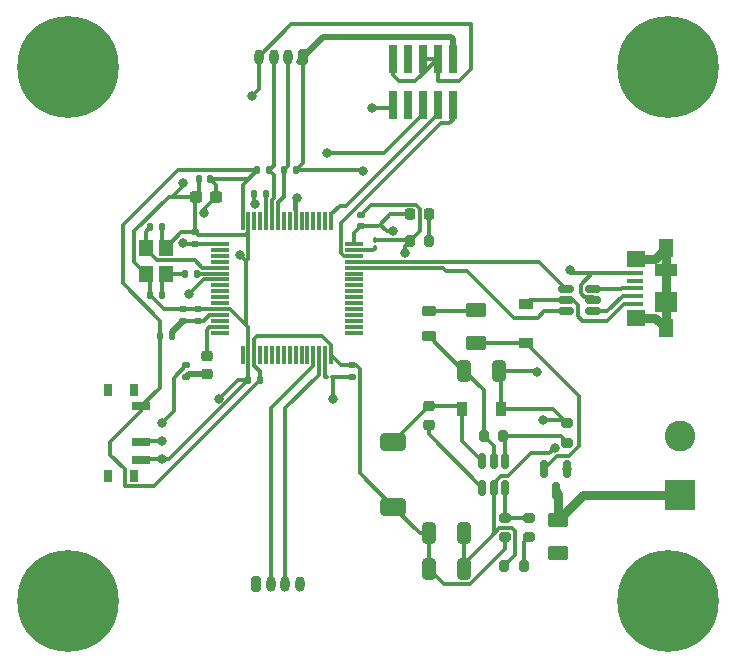
<source format=gbr>
%TF.GenerationSoftware,KiCad,Pcbnew,(6.0.4)*%
%TF.CreationDate,2022-04-20T17:17:17+03:00*%
%TF.ProjectId,STM32F4_Buck_Converter,53544d33-3246-4345-9f42-75636b5f436f,rev?*%
%TF.SameCoordinates,Original*%
%TF.FileFunction,Copper,L1,Top*%
%TF.FilePolarity,Positive*%
%FSLAX46Y46*%
G04 Gerber Fmt 4.6, Leading zero omitted, Abs format (unit mm)*
G04 Created by KiCad (PCBNEW (6.0.4)) date 2022-04-20 17:17:17*
%MOMM*%
%LPD*%
G01*
G04 APERTURE LIST*
G04 Aperture macros list*
%AMRoundRect*
0 Rectangle with rounded corners*
0 $1 Rounding radius*
0 $2 $3 $4 $5 $6 $7 $8 $9 X,Y pos of 4 corners*
0 Add a 4 corners polygon primitive as box body*
4,1,4,$2,$3,$4,$5,$6,$7,$8,$9,$2,$3,0*
0 Add four circle primitives for the rounded corners*
1,1,$1+$1,$2,$3*
1,1,$1+$1,$4,$5*
1,1,$1+$1,$6,$7*
1,1,$1+$1,$8,$9*
0 Add four rect primitives between the rounded corners*
20,1,$1+$1,$2,$3,$4,$5,0*
20,1,$1+$1,$4,$5,$6,$7,0*
20,1,$1+$1,$6,$7,$8,$9,0*
20,1,$1+$1,$8,$9,$2,$3,0*%
G04 Aperture macros list end*
%TA.AperFunction,SMDPad,CuDef*%
%ADD10RoundRect,0.200000X0.200000X0.275000X-0.200000X0.275000X-0.200000X-0.275000X0.200000X-0.275000X0*%
%TD*%
%TA.AperFunction,SMDPad,CuDef*%
%ADD11RoundRect,0.250000X0.325000X0.650000X-0.325000X0.650000X-0.325000X-0.650000X0.325000X-0.650000X0*%
%TD*%
%TA.AperFunction,SMDPad,CuDef*%
%ADD12RoundRect,0.200000X-0.275000X0.200000X-0.275000X-0.200000X0.275000X-0.200000X0.275000X0.200000X0*%
%TD*%
%TA.AperFunction,ComponentPad*%
%ADD13C,0.900000*%
%TD*%
%TA.AperFunction,ComponentPad*%
%ADD14C,8.600000*%
%TD*%
%TA.AperFunction,SMDPad,CuDef*%
%ADD15RoundRect,0.075000X-0.700000X-0.075000X0.700000X-0.075000X0.700000X0.075000X-0.700000X0.075000X0*%
%TD*%
%TA.AperFunction,SMDPad,CuDef*%
%ADD16RoundRect,0.075000X-0.075000X-0.700000X0.075000X-0.700000X0.075000X0.700000X-0.075000X0.700000X0*%
%TD*%
%TA.AperFunction,SMDPad,CuDef*%
%ADD17RoundRect,0.140000X0.140000X0.170000X-0.140000X0.170000X-0.140000X-0.170000X0.140000X-0.170000X0*%
%TD*%
%TA.AperFunction,SMDPad,CuDef*%
%ADD18RoundRect,0.237500X0.300000X0.237500X-0.300000X0.237500X-0.300000X-0.237500X0.300000X-0.237500X0*%
%TD*%
%TA.AperFunction,SMDPad,CuDef*%
%ADD19RoundRect,0.218750X0.218750X0.256250X-0.218750X0.256250X-0.218750X-0.256250X0.218750X-0.256250X0*%
%TD*%
%TA.AperFunction,SMDPad,CuDef*%
%ADD20RoundRect,0.150000X0.512500X0.150000X-0.512500X0.150000X-0.512500X-0.150000X0.512500X-0.150000X0*%
%TD*%
%TA.AperFunction,SMDPad,CuDef*%
%ADD21RoundRect,0.225000X0.250000X-0.225000X0.250000X0.225000X-0.250000X0.225000X-0.250000X-0.225000X0*%
%TD*%
%TA.AperFunction,SMDPad,CuDef*%
%ADD22RoundRect,0.150000X-0.150000X0.587500X-0.150000X-0.587500X0.150000X-0.587500X0.150000X0.587500X0*%
%TD*%
%TA.AperFunction,SMDPad,CuDef*%
%ADD23R,1.200000X0.900000*%
%TD*%
%TA.AperFunction,SMDPad,CuDef*%
%ADD24RoundRect,0.135000X-0.185000X0.135000X-0.185000X-0.135000X0.185000X-0.135000X0.185000X0.135000X0*%
%TD*%
%TA.AperFunction,SMDPad,CuDef*%
%ADD25RoundRect,0.250000X-0.325000X-0.650000X0.325000X-0.650000X0.325000X0.650000X-0.325000X0.650000X0*%
%TD*%
%TA.AperFunction,ComponentPad*%
%ADD26R,2.600000X2.600000*%
%TD*%
%TA.AperFunction,ComponentPad*%
%ADD27C,2.600000*%
%TD*%
%TA.AperFunction,SMDPad,CuDef*%
%ADD28RoundRect,0.200000X-0.200000X-0.275000X0.200000X-0.275000X0.200000X0.275000X-0.200000X0.275000X0*%
%TD*%
%TA.AperFunction,SMDPad,CuDef*%
%ADD29RoundRect,0.135000X0.135000X0.185000X-0.135000X0.185000X-0.135000X-0.185000X0.135000X-0.185000X0*%
%TD*%
%TA.AperFunction,ComponentPad*%
%ADD30RoundRect,0.200000X0.200000X0.450000X-0.200000X0.450000X-0.200000X-0.450000X0.200000X-0.450000X0*%
%TD*%
%TA.AperFunction,ComponentPad*%
%ADD31O,0.800000X1.300000*%
%TD*%
%TA.AperFunction,SMDPad,CuDef*%
%ADD32RoundRect,0.100000X0.100000X-0.130000X0.100000X0.130000X-0.100000X0.130000X-0.100000X-0.130000X0*%
%TD*%
%TA.AperFunction,SMDPad,CuDef*%
%ADD33RoundRect,0.135000X-0.135000X-0.185000X0.135000X-0.185000X0.135000X0.185000X-0.135000X0.185000X0*%
%TD*%
%TA.AperFunction,SMDPad,CuDef*%
%ADD34R,0.800000X1.000000*%
%TD*%
%TA.AperFunction,SMDPad,CuDef*%
%ADD35R,1.500000X0.700000*%
%TD*%
%TA.AperFunction,SMDPad,CuDef*%
%ADD36RoundRect,0.100000X-0.130000X-0.100000X0.130000X-0.100000X0.130000X0.100000X-0.130000X0.100000X0*%
%TD*%
%TA.AperFunction,SMDPad,CuDef*%
%ADD37RoundRect,0.250000X0.625000X-0.375000X0.625000X0.375000X-0.625000X0.375000X-0.625000X-0.375000X0*%
%TD*%
%TA.AperFunction,SMDPad,CuDef*%
%ADD38RoundRect,0.140000X0.170000X-0.140000X0.170000X0.140000X-0.170000X0.140000X-0.170000X-0.140000X0*%
%TD*%
%TA.AperFunction,SMDPad,CuDef*%
%ADD39R,1.200000X1.400000*%
%TD*%
%TA.AperFunction,SMDPad,CuDef*%
%ADD40RoundRect,0.140000X-0.140000X-0.170000X0.140000X-0.170000X0.140000X0.170000X-0.140000X0.170000X0*%
%TD*%
%TA.AperFunction,SMDPad,CuDef*%
%ADD41RoundRect,0.218750X0.256250X-0.218750X0.256250X0.218750X-0.256250X0.218750X-0.256250X-0.218750X0*%
%TD*%
%TA.AperFunction,SMDPad,CuDef*%
%ADD42RoundRect,0.218750X-0.381250X0.218750X-0.381250X-0.218750X0.381250X-0.218750X0.381250X0.218750X0*%
%TD*%
%TA.AperFunction,SMDPad,CuDef*%
%ADD43RoundRect,0.200000X0.275000X-0.200000X0.275000X0.200000X-0.275000X0.200000X-0.275000X-0.200000X0*%
%TD*%
%TA.AperFunction,SMDPad,CuDef*%
%ADD44R,0.900000X1.200000*%
%TD*%
%TA.AperFunction,ComponentPad*%
%ADD45RoundRect,0.200000X-0.200000X-0.450000X0.200000X-0.450000X0.200000X0.450000X-0.200000X0.450000X0*%
%TD*%
%TA.AperFunction,SMDPad,CuDef*%
%ADD46RoundRect,0.140000X-0.170000X0.140000X-0.170000X-0.140000X0.170000X-0.140000X0.170000X0.140000X0*%
%TD*%
%TA.AperFunction,SMDPad,CuDef*%
%ADD47RoundRect,0.150000X0.150000X-0.512500X0.150000X0.512500X-0.150000X0.512500X-0.150000X-0.512500X0*%
%TD*%
%TA.AperFunction,SMDPad,CuDef*%
%ADD48RoundRect,0.147500X-0.147500X-0.172500X0.147500X-0.172500X0.147500X0.172500X-0.147500X0.172500X0*%
%TD*%
%TA.AperFunction,SMDPad,CuDef*%
%ADD49R,1.380000X0.450000*%
%TD*%
%TA.AperFunction,SMDPad,CuDef*%
%ADD50R,1.550000X1.425000*%
%TD*%
%TA.AperFunction,SMDPad,CuDef*%
%ADD51R,1.300000X1.650000*%
%TD*%
%TA.AperFunction,SMDPad,CuDef*%
%ADD52R,1.900000X1.000000*%
%TD*%
%TA.AperFunction,SMDPad,CuDef*%
%ADD53R,1.900000X1.800000*%
%TD*%
%TA.AperFunction,SMDPad,CuDef*%
%ADD54RoundRect,0.375000X-0.725000X0.375000X-0.725000X-0.375000X0.725000X-0.375000X0.725000X0.375000X0*%
%TD*%
%TA.AperFunction,SMDPad,CuDef*%
%ADD55R,0.740000X2.400000*%
%TD*%
%TA.AperFunction,SMDPad,CuDef*%
%ADD56RoundRect,0.250000X-0.625000X0.375000X-0.625000X-0.375000X0.625000X-0.375000X0.625000X0.375000X0*%
%TD*%
%TA.AperFunction,ViaPad*%
%ADD57C,0.800000*%
%TD*%
%TA.AperFunction,Conductor*%
%ADD58C,0.300000*%
%TD*%
%TA.AperFunction,Conductor*%
%ADD59C,0.500000*%
%TD*%
%TA.AperFunction,Conductor*%
%ADD60C,0.750000*%
%TD*%
G04 APERTURE END LIST*
D10*
%TO.P,R2,1*%
%TO.N,BUCK_EN*%
X134825000Y-107750000D03*
%TO.P,R2,2*%
%TO.N,BUCK_IN*%
X133175000Y-107750000D03*
%TD*%
D11*
%TO.P,C2,1*%
%TO.N,GND*%
X131475000Y-116000000D03*
%TO.P,C2,2*%
%TO.N,+3V3*%
X128525000Y-116000000D03*
%TD*%
D12*
%TO.P,R4,1*%
%TO.N,GND*%
X140250000Y-106675000D03*
%TO.P,R4,2*%
%TO.N,BUCK_EN*%
X140250000Y-108325000D03*
%TD*%
D13*
%TO.P,H4,1,1*%
%TO.N,GND*%
X148750000Y-79725000D03*
X151030419Y-74219581D03*
D14*
X148750000Y-76500000D03*
D13*
X145525000Y-76500000D03*
X151030419Y-78780419D03*
X151975000Y-76500000D03*
X146469581Y-78780419D03*
X148750000Y-73275000D03*
X146469581Y-74219581D03*
%TD*%
D15*
%TO.P,U2,1,VBAT*%
%TO.N,+3V3*%
X110825000Y-91500000D03*
%TO.P,U2,2,PC13*%
%TO.N,unconnected-(U2-Pad2)*%
X110825000Y-92000000D03*
%TO.P,U2,3,PC14*%
%TO.N,unconnected-(U2-Pad3)*%
X110825000Y-92500000D03*
%TO.P,U2,4,PC15*%
%TO.N,unconnected-(U2-Pad4)*%
X110825000Y-93000000D03*
%TO.P,U2,5,PH0*%
%TO.N,HSE_IN*%
X110825000Y-93500000D03*
%TO.P,U2,6,PH1*%
%TO.N,HSE_OUT*%
X110825000Y-94000000D03*
%TO.P,U2,7,NRST*%
%TO.N,NRST*%
X110825000Y-94500000D03*
%TO.P,U2,8,PC0*%
%TO.N,unconnected-(U2-Pad8)*%
X110825000Y-95000000D03*
%TO.P,U2,9,PC1*%
%TO.N,unconnected-(U2-Pad9)*%
X110825000Y-95500000D03*
%TO.P,U2,10,PC2*%
%TO.N,unconnected-(U2-Pad10)*%
X110825000Y-96000000D03*
%TO.P,U2,11,PC3*%
%TO.N,unconnected-(U2-Pad11)*%
X110825000Y-96500000D03*
%TO.P,U2,12,VSSA*%
%TO.N,GND*%
X110825000Y-97000000D03*
%TO.P,U2,13,VDDA*%
%TO.N,+3.3VA*%
X110825000Y-97500000D03*
%TO.P,U2,14,PA0*%
%TO.N,unconnected-(U2-Pad14)*%
X110825000Y-98000000D03*
%TO.P,U2,15,PA1*%
%TO.N,LED_STATUS*%
X110825000Y-98500000D03*
%TO.P,U2,16,PA2*%
%TO.N,unconnected-(U2-Pad16)*%
X110825000Y-99000000D03*
D16*
%TO.P,U2,17,PA3*%
%TO.N,unconnected-(U2-Pad17)*%
X112750000Y-100925000D03*
%TO.P,U2,18,VSS*%
%TO.N,GND*%
X113250000Y-100925000D03*
%TO.P,U2,19,VDD*%
%TO.N,+3V3*%
X113750000Y-100925000D03*
%TO.P,U2,20,PA4*%
%TO.N,unconnected-(U2-Pad20)*%
X114250000Y-100925000D03*
%TO.P,U2,21,PA5*%
%TO.N,unconnected-(U2-Pad21)*%
X114750000Y-100925000D03*
%TO.P,U2,22,PA6*%
%TO.N,unconnected-(U2-Pad22)*%
X115250000Y-100925000D03*
%TO.P,U2,23,PA7*%
%TO.N,unconnected-(U2-Pad23)*%
X115750000Y-100925000D03*
%TO.P,U2,24,PC4*%
%TO.N,unconnected-(U2-Pad24)*%
X116250000Y-100925000D03*
%TO.P,U2,25,PC5*%
%TO.N,unconnected-(U2-Pad25)*%
X116750000Y-100925000D03*
%TO.P,U2,26,PB0*%
%TO.N,unconnected-(U2-Pad26)*%
X117250000Y-100925000D03*
%TO.P,U2,27,PB1*%
%TO.N,unconnected-(U2-Pad27)*%
X117750000Y-100925000D03*
%TO.P,U2,28,PB2*%
%TO.N,unconnected-(U2-Pad28)*%
X118250000Y-100925000D03*
%TO.P,U2,29,PB10*%
%TO.N,USART3_RX*%
X118750000Y-100925000D03*
%TO.P,U2,30,PB11*%
%TO.N,USART3_TX*%
X119250000Y-100925000D03*
%TO.P,U2,31,VCAP_1*%
%TO.N,Net-(C13-Pad1)*%
X119750000Y-100925000D03*
%TO.P,U2,32,VDD*%
%TO.N,+3V3*%
X120250000Y-100925000D03*
D15*
%TO.P,U2,33,PB12*%
%TO.N,unconnected-(U2-Pad33)*%
X122175000Y-99000000D03*
%TO.P,U2,34,PB13*%
%TO.N,unconnected-(U2-Pad34)*%
X122175000Y-98500000D03*
%TO.P,U2,35,PB14*%
%TO.N,unconnected-(U2-Pad35)*%
X122175000Y-98000000D03*
%TO.P,U2,36,PB15*%
%TO.N,unconnected-(U2-Pad36)*%
X122175000Y-97500000D03*
%TO.P,U2,37,PC6*%
%TO.N,unconnected-(U2-Pad37)*%
X122175000Y-97000000D03*
%TO.P,U2,38,PC7*%
%TO.N,unconnected-(U2-Pad38)*%
X122175000Y-96500000D03*
%TO.P,U2,39,PC8*%
%TO.N,unconnected-(U2-Pad39)*%
X122175000Y-96000000D03*
%TO.P,U2,40,PC9*%
%TO.N,unconnected-(U2-Pad40)*%
X122175000Y-95500000D03*
%TO.P,U2,41,PA8*%
%TO.N,unconnected-(U2-Pad41)*%
X122175000Y-95000000D03*
%TO.P,U2,42,PA9*%
%TO.N,unconnected-(U2-Pad42)*%
X122175000Y-94500000D03*
%TO.P,U2,43,PA10*%
%TO.N,unconnected-(U2-Pad43)*%
X122175000Y-94000000D03*
%TO.P,U2,44,PA11*%
%TO.N,USB_D-*%
X122175000Y-93500000D03*
%TO.P,U2,45,PA12*%
%TO.N,USB_D+*%
X122175000Y-93000000D03*
%TO.P,U2,46,PA13*%
%TO.N,SWDIO*%
X122175000Y-92500000D03*
%TO.P,U2,47,VCAP_2*%
%TO.N,Net-(C14-Pad1)*%
X122175000Y-92000000D03*
%TO.P,U2,48,VDD*%
%TO.N,+3V3*%
X122175000Y-91500000D03*
D16*
%TO.P,U2,49,PA14*%
%TO.N,SWCLK*%
X120250000Y-89575000D03*
%TO.P,U2,50,PA15*%
%TO.N,unconnected-(U2-Pad50)*%
X119750000Y-89575000D03*
%TO.P,U2,51,PC10*%
%TO.N,unconnected-(U2-Pad51)*%
X119250000Y-89575000D03*
%TO.P,U2,52,PC11*%
%TO.N,unconnected-(U2-Pad52)*%
X118750000Y-89575000D03*
%TO.P,U2,53,PC12*%
%TO.N,unconnected-(U2-Pad53)*%
X118250000Y-89575000D03*
%TO.P,U2,54,PD2*%
%TO.N,unconnected-(U2-Pad54)*%
X117750000Y-89575000D03*
%TO.P,U2,55,PB3*%
%TO.N,SWO*%
X117250000Y-89575000D03*
%TO.P,U2,56,PB4*%
%TO.N,unconnected-(U2-Pad56)*%
X116750000Y-89575000D03*
%TO.P,U2,57,PB5*%
%TO.N,unconnected-(U2-Pad57)*%
X116250000Y-89575000D03*
%TO.P,U2,58,PB6*%
%TO.N,I2C1_SCL*%
X115750000Y-89575000D03*
%TO.P,U2,59,PB7*%
%TO.N,IC21_SDA*%
X115250000Y-89575000D03*
%TO.P,U2,60,BOOT0*%
%TO.N,BOOT0*%
X114750000Y-89575000D03*
%TO.P,U2,61,PB8*%
%TO.N,unconnected-(U2-Pad61)*%
X114250000Y-89575000D03*
%TO.P,U2,62,PB9*%
%TO.N,unconnected-(U2-Pad62)*%
X113750000Y-89575000D03*
%TO.P,U2,63,VSS*%
%TO.N,GND*%
X113250000Y-89575000D03*
%TO.P,U2,64,VDD*%
%TO.N,+3V3*%
X112750000Y-89575000D03*
%TD*%
D17*
%TO.P,C10,1*%
%TO.N,+3V3*%
X110000000Y-86000000D03*
%TO.P,C10,2*%
%TO.N,GND*%
X109040000Y-86000000D03*
%TD*%
D18*
%TO.P,C5,1*%
%TO.N,+3V3*%
X110500000Y-87500000D03*
%TO.P,C5,2*%
%TO.N,GND*%
X108775000Y-87500000D03*
%TD*%
D19*
%TO.P,D3,1,K*%
%TO.N,Net-(D3-Pad1)*%
X128537500Y-89000000D03*
%TO.P,D3,2,A*%
%TO.N,+3V3*%
X126962500Y-89000000D03*
%TD*%
D17*
%TO.P,C16,1*%
%TO.N,Net-(C16-Pad1)*%
X105900000Y-95800000D03*
%TO.P,C16,2*%
%TO.N,GND*%
X104940000Y-95800000D03*
%TD*%
D20*
%TO.P,U3,1,I/O1*%
%TO.N,USB_CONN_D-*%
X142387500Y-97200000D03*
%TO.P,U3,2,GND*%
%TO.N,GND*%
X142387500Y-96250000D03*
%TO.P,U3,3,I/O2*%
%TO.N,USB_CONN_D+*%
X142387500Y-95300000D03*
%TO.P,U3,4,I/O2*%
%TO.N,USB_D+*%
X140112500Y-95300000D03*
%TO.P,U3,5,VBUS*%
%TO.N,+5V*%
X140112500Y-96250000D03*
%TO.P,U3,6,I/O1*%
%TO.N,USB_D-*%
X140112500Y-97200000D03*
%TD*%
D17*
%TO.P,C7,1*%
%TO.N,+3V3*%
X114210000Y-103000000D03*
%TO.P,C7,2*%
%TO.N,GND*%
X113250000Y-103000000D03*
%TD*%
D21*
%TO.P,C4,1*%
%TO.N,BUCK_BST*%
X128500000Y-106800000D03*
%TO.P,C4,2*%
%TO.N,BUCK_SW*%
X128500000Y-105250000D03*
%TD*%
D22*
%TO.P,Q1,1,G*%
%TO.N,GND*%
X140200000Y-110562500D03*
%TO.P,Q1,2,S*%
%TO.N,Net-(D1-Pad1)*%
X138300000Y-110562500D03*
%TO.P,Q1,3,D*%
%TO.N,+12V*%
X139250000Y-112437500D03*
%TD*%
D23*
%TO.P,D1,1,K*%
%TO.N,Net-(D1-Pad1)*%
X136750000Y-99900000D03*
%TO.P,D1,2,A*%
%TO.N,+5V*%
X136750000Y-96600000D03*
%TD*%
D24*
%TO.P,R11,1*%
%TO.N,GND*%
X108000000Y-101740000D03*
%TO.P,R11,2*%
%TO.N,Net-(D4-Pad1)*%
X108000000Y-102760000D03*
%TD*%
D25*
%TO.P,C1,1*%
%TO.N,BUCK_IN*%
X131525000Y-102250000D03*
%TO.P,C1,2*%
%TO.N,GND*%
X134475000Y-102250000D03*
%TD*%
D26*
%TO.P,J1,1,Pin_1*%
%TO.N,+12V*%
X149805000Y-112750000D03*
D27*
%TO.P,J1,2,Pin_2*%
%TO.N,GND*%
X149805000Y-107750000D03*
%TD*%
D28*
%TO.P,R6,1*%
%TO.N,GND*%
X126925000Y-91250000D03*
%TO.P,R6,2*%
%TO.N,Net-(D3-Pad1)*%
X128575000Y-91250000D03*
%TD*%
D29*
%TO.P,R7,1*%
%TO.N,BOOT0*%
X114760000Y-87250000D03*
%TO.P,R7,2*%
%TO.N,Net-(R7-Pad2)*%
X113740000Y-87250000D03*
%TD*%
D11*
%TO.P,C3,1*%
%TO.N,GND*%
X131475000Y-119000000D03*
%TO.P,C3,2*%
%TO.N,+3V3*%
X128525000Y-119000000D03*
%TD*%
D30*
%TO.P,J3,1,Pin_1*%
%TO.N,+3V3*%
X117875000Y-75700000D03*
D31*
%TO.P,J3,2,Pin_2*%
%TO.N,I2C1_SCL*%
X116625000Y-75700000D03*
%TO.P,J3,3,Pin_3*%
%TO.N,IC21_SDA*%
X115375000Y-75700000D03*
%TO.P,J3,4,Pin_4*%
%TO.N,GND*%
X114125000Y-75700000D03*
%TD*%
D32*
%TO.P,C14,1*%
%TO.N,Net-(C14-Pad1)*%
X124000000Y-91820000D03*
%TO.P,C14,2*%
%TO.N,GND*%
X124000000Y-91180000D03*
%TD*%
D33*
%TO.P,R8,1*%
%TO.N,Net-(C16-Pad1)*%
X107880000Y-94050000D03*
%TO.P,R8,2*%
%TO.N,HSE_OUT*%
X108900000Y-94050000D03*
%TD*%
D34*
%TO.P,SW1,*%
%TO.N,*%
X103530000Y-111150000D03*
X103530000Y-103850000D03*
X101320000Y-103850000D03*
X101320000Y-111150000D03*
D35*
%TO.P,SW1,1,A*%
%TO.N,+3V3*%
X104180000Y-105250000D03*
%TO.P,SW1,2,B*%
%TO.N,Net-(R7-Pad2)*%
X104180000Y-108250000D03*
%TO.P,SW1,3,C*%
%TO.N,GND*%
X104180000Y-109750000D03*
%TD*%
D36*
%TO.P,C13,1*%
%TO.N,Net-(C13-Pad1)*%
X119775000Y-102750000D03*
%TO.P,C13,2*%
%TO.N,GND*%
X120415000Y-102750000D03*
%TD*%
D33*
%TO.P,R9,1*%
%TO.N,I2C1_SCL*%
X116230000Y-85250000D03*
%TO.P,R9,2*%
%TO.N,+3V3*%
X117250000Y-85250000D03*
%TD*%
D37*
%TO.P,F1,1*%
%TO.N,Net-(D1-Pad1)*%
X132500000Y-99900000D03*
%TO.P,F1,2*%
%TO.N,Net-(FB1-Pad1)*%
X132500000Y-97100000D03*
%TD*%
D38*
%TO.P,C9,1*%
%TO.N,+3V3*%
X122750000Y-89980000D03*
%TO.P,C9,2*%
%TO.N,GND*%
X122750000Y-89020000D03*
%TD*%
D39*
%TO.P,Y1,1,1*%
%TO.N,HSE_IN*%
X104550000Y-91800000D03*
%TO.P,Y1,2,2*%
%TO.N,GND*%
X104550000Y-94000000D03*
%TO.P,Y1,3,3*%
%TO.N,Net-(C16-Pad1)*%
X106250000Y-94000000D03*
%TO.P,Y1,4,4*%
%TO.N,GND*%
X106250000Y-91800000D03*
%TD*%
D13*
%TO.P,H3,1,1*%
%TO.N,GND*%
X146469581Y-119469581D03*
D14*
X148750000Y-121750000D03*
D13*
X145525000Y-121750000D03*
X146469581Y-124030419D03*
X151975000Y-121750000D03*
X148750000Y-124975000D03*
X148750000Y-118525000D03*
X151030419Y-119469581D03*
X151030419Y-124030419D03*
%TD*%
D40*
%TO.P,C15,1*%
%TO.N,HSE_IN*%
X104940000Y-90050000D03*
%TO.P,C15,2*%
%TO.N,GND*%
X105900000Y-90050000D03*
%TD*%
D41*
%TO.P,D4,1,K*%
%TO.N,Net-(D4-Pad1)*%
X109750000Y-102537500D03*
%TO.P,D4,2,A*%
%TO.N,LED_STATUS*%
X109750000Y-100962500D03*
%TD*%
D42*
%TO.P,FB1,1*%
%TO.N,Net-(FB1-Pad1)*%
X128500000Y-97187500D03*
%TO.P,FB1,2*%
%TO.N,BUCK_IN*%
X128500000Y-99312500D03*
%TD*%
D43*
%TO.P,R3,1*%
%TO.N,Net-(R3-Pad1)*%
X137000000Y-116325000D03*
%TO.P,R3,2*%
%TO.N,BUCK_FB*%
X137000000Y-114675000D03*
%TD*%
D38*
%TO.P,C6,1*%
%TO.N,+3V3*%
X108750000Y-91460000D03*
%TO.P,C6,2*%
%TO.N,GND*%
X108750000Y-90500000D03*
%TD*%
D44*
%TO.P,D2,1,K*%
%TO.N,BUCK_SW*%
X131350000Y-105500000D03*
%TO.P,D2,2,A*%
%TO.N,GND*%
X134650000Y-105500000D03*
%TD*%
D45*
%TO.P,J4,1,Pin_1*%
%TO.N,+3V3*%
X113875000Y-120300000D03*
D31*
%TO.P,J4,2,Pin_2*%
%TO.N,USART3_RX*%
X115125000Y-120300000D03*
%TO.P,J4,3,Pin_3*%
%TO.N,USART3_TX*%
X116375000Y-120300000D03*
%TO.P,J4,4,Pin_4*%
%TO.N,GND*%
X117625000Y-120300000D03*
%TD*%
D13*
%TO.P,H2,1,1*%
%TO.N,GND*%
X101225000Y-76500000D03*
X100280419Y-74219581D03*
X94775000Y-76500000D03*
X95719581Y-78780419D03*
X100280419Y-78780419D03*
X98000000Y-73275000D03*
D14*
X98000000Y-76500000D03*
D13*
X98000000Y-79725000D03*
X95719581Y-74219581D03*
%TD*%
D46*
%TO.P,C8,1*%
%TO.N,+3V3*%
X122000000Y-101770000D03*
%TO.P,C8,2*%
%TO.N,GND*%
X122000000Y-102730000D03*
%TD*%
D13*
%TO.P,H1,1,1*%
%TO.N,GND*%
X101225000Y-121750000D03*
X98000000Y-124975000D03*
X100280419Y-119469581D03*
X98000000Y-118525000D03*
X100280419Y-124030419D03*
D14*
X98000000Y-121750000D03*
D13*
X95719581Y-124030419D03*
X95719581Y-119469581D03*
X94775000Y-121750000D03*
%TD*%
D47*
%TO.P,U1,1,BST*%
%TO.N,BUCK_BST*%
X133050000Y-112137500D03*
%TO.P,U1,2,GND*%
%TO.N,GND*%
X134000000Y-112137500D03*
%TO.P,U1,3,FB*%
%TO.N,BUCK_FB*%
X134950000Y-112137500D03*
%TO.P,U1,4,EN*%
%TO.N,BUCK_EN*%
X134950000Y-109862500D03*
%TO.P,U1,5,IN*%
%TO.N,BUCK_IN*%
X134000000Y-109862500D03*
%TO.P,U1,6,SW*%
%TO.N,BUCK_SW*%
X133050000Y-109862500D03*
%TD*%
D48*
%TO.P,L2,1*%
%TO.N,+3V3*%
X105780000Y-99250000D03*
%TO.P,L2,2*%
%TO.N,+3.3VA*%
X106750000Y-99250000D03*
%TD*%
D29*
%TO.P,R10,1*%
%TO.N,IC21_SDA*%
X114990000Y-85250000D03*
%TO.P,R10,2*%
%TO.N,+3V3*%
X113970000Y-85250000D03*
%TD*%
D12*
%TO.P,R1,1*%
%TO.N,BUCK_FB*%
X135000000Y-114675000D03*
%TO.P,R1,2*%
%TO.N,+3V3*%
X135000000Y-116325000D03*
%TD*%
D38*
%TO.P,C12,1*%
%TO.N,+3.3VA*%
X109000000Y-97980000D03*
%TO.P,C12,2*%
%TO.N,GND*%
X109000000Y-97020000D03*
%TD*%
D49*
%TO.P,J5,1,VBUS*%
%TO.N,+5V*%
X145940000Y-96550000D03*
%TO.P,J5,2,D-*%
%TO.N,USB_CONN_D-*%
X145940000Y-95900000D03*
%TO.P,J5,3,D+*%
%TO.N,USB_CONN_D+*%
X145940000Y-95250000D03*
%TO.P,J5,4,ID*%
%TO.N,unconnected-(J5-Pad4)*%
X145940000Y-94600000D03*
%TO.P,J5,5,GND*%
%TO.N,GND*%
X145940000Y-93950000D03*
D50*
%TO.P,J5,6,Shield*%
%TO.N,unconnected-(J5-Pad6)*%
X146025000Y-97737500D03*
X146025000Y-92762500D03*
D51*
X148600000Y-98625000D03*
X148600000Y-91875000D03*
D52*
X148600000Y-93700000D03*
D53*
X148600000Y-96400000D03*
%TD*%
D54*
%TO.P,L1,1*%
%TO.N,BUCK_SW*%
X125500000Y-108250000D03*
%TO.P,L1,2*%
%TO.N,+3V3*%
X125500000Y-113750000D03*
%TD*%
D28*
%TO.P,R5,1*%
%TO.N,GND*%
X134925000Y-118750000D03*
%TO.P,R5,2*%
%TO.N,Net-(R3-Pad1)*%
X136575000Y-118750000D03*
%TD*%
D55*
%TO.P,J2,1,Pin_1*%
%TO.N,+3V3*%
X130540000Y-75800000D03*
%TO.P,J2,2,Pin_2*%
%TO.N,SWDIO*%
X130540000Y-79700000D03*
%TO.P,J2,3,Pin_3*%
%TO.N,GND*%
X129270000Y-75800000D03*
%TO.P,J2,4,Pin_4*%
%TO.N,SWCLK*%
X129270000Y-79700000D03*
%TO.P,J2,5,Pin_5*%
%TO.N,GND*%
X128000000Y-75800000D03*
%TO.P,J2,6,Pin_6*%
%TO.N,SWO*%
X128000000Y-79700000D03*
%TO.P,J2,7,Pin_7*%
%TO.N,unconnected-(J2-Pad7)*%
X126730000Y-75800000D03*
%TO.P,J2,8,Pin_8*%
%TO.N,unconnected-(J2-Pad8)*%
X126730000Y-79700000D03*
%TO.P,J2,9,Pin_9*%
%TO.N,GND*%
X125460000Y-75800000D03*
%TO.P,J2,10,Pin_10*%
%TO.N,NRST*%
X125460000Y-79700000D03*
%TD*%
D56*
%TO.P,F1,1*%
%TO.N,+12V*%
X139500000Y-114850000D03*
%TO.P,F1,2*%
%TO.N,Net-(F1-Pad2)*%
X139500000Y-117650000D03*
%TD*%
D38*
%TO.P,C11,1*%
%TO.N,+3.3VA*%
X107750000Y-97980000D03*
%TO.P,C11,2*%
%TO.N,GND*%
X107750000Y-97020000D03*
%TD*%
D57*
%TO.N,GND*%
X112522000Y-92456000D03*
X139207192Y-108747872D03*
X105918000Y-109728000D03*
X140462000Y-93726000D03*
X107696000Y-86360000D03*
X137668000Y-102362000D03*
X113538000Y-78994000D03*
X126492000Y-92250500D03*
X140200000Y-110562500D03*
X105918000Y-106680000D03*
X120396000Y-104648000D03*
X138176000Y-106426000D03*
X110744000Y-104648000D03*
%TO.N,+3V3*%
X125476000Y-90424000D03*
X122936000Y-85344000D03*
X109499500Y-88900000D03*
X107696000Y-91440000D03*
%TO.N,SWO*%
X119888000Y-83820000D03*
X117348000Y-87630000D03*
%TO.N,NRST*%
X123698000Y-80010000D03*
X108204000Y-95758000D03*
%TO.N,Net-(R7-Pad2)*%
X113792000Y-88138000D03*
X105918000Y-108204000D03*
%TD*%
D58*
%TO.N,BUCK_IN*%
X134000000Y-109862500D02*
X134000000Y-108575000D01*
X133175000Y-103900000D02*
X131525000Y-102250000D01*
X134000000Y-108575000D02*
X133175000Y-107750000D01*
X131525000Y-102250000D02*
X131437500Y-102250000D01*
X131437500Y-102250000D02*
X128500000Y-99312500D01*
X133175000Y-107750000D02*
X133175000Y-103900000D01*
%TO.N,GND*%
X109020000Y-97000000D02*
X110825000Y-97000000D01*
X145940000Y-93950000D02*
X142368573Y-93950000D01*
X129270000Y-77708000D02*
X129270000Y-75800000D01*
X124000000Y-91180000D02*
X126855000Y-91180000D01*
X116867019Y-72898000D02*
X132080000Y-72898000D01*
X134650000Y-105500000D02*
X134650000Y-102425000D01*
X134000000Y-111718573D02*
X134593093Y-111125480D01*
X109040000Y-86000000D02*
X109040000Y-87235000D01*
X135825480Y-117849520D02*
X134925000Y-118750000D01*
X139075000Y-105500000D02*
X140250000Y-106675000D01*
X135575480Y-115575480D02*
X135825480Y-115825480D01*
X106250000Y-91800000D02*
X107550000Y-90500000D01*
X112392000Y-103000000D02*
X110744000Y-104648000D01*
X122750000Y-89020000D02*
X123594520Y-88175480D01*
X127416635Y-88175480D02*
X127749520Y-88508365D01*
X107550000Y-90500000D02*
X108750000Y-90500000D01*
X134475000Y-102250000D02*
X137556000Y-102250000D01*
X114125000Y-75640019D02*
X116867019Y-72898000D01*
X132080000Y-72898000D02*
X132080000Y-76708000D01*
X108750000Y-90500000D02*
X108750000Y-87525000D01*
X126492000Y-91683000D02*
X126925000Y-91250000D01*
X110825000Y-97000000D02*
X111700361Y-97000000D01*
X133786431Y-116286431D02*
X134497382Y-115575480D01*
X105918000Y-109728000D02*
X104202000Y-109728000D01*
X126492000Y-92250500D02*
X126492000Y-91683000D01*
X131475000Y-118597862D02*
X133786431Y-116286431D01*
X109040000Y-87235000D02*
X108775000Y-87500000D01*
X113042500Y-92964000D02*
X113042500Y-94475500D01*
X113250000Y-90458000D02*
X113250000Y-89575000D01*
X142368573Y-93950000D02*
X141375480Y-94943093D01*
X134000000Y-112137500D02*
X134000000Y-116072862D01*
X108750000Y-90500000D02*
X108949520Y-90699520D01*
X105900000Y-90050000D02*
X105900000Y-91450000D01*
X103600489Y-90387226D02*
X106487715Y-87500000D01*
X141375480Y-94943093D02*
X141375480Y-95656907D01*
X127749520Y-90425480D02*
X126925000Y-91250000D01*
X135254520Y-111125480D02*
X137160000Y-109220000D01*
X134000000Y-116072862D02*
X133786431Y-116286431D01*
X123594520Y-88175480D02*
X127416635Y-88175480D01*
X137556000Y-102250000D02*
X137668000Y-102362000D01*
X106810000Y-87500000D02*
X108775000Y-87500000D01*
X134497382Y-115575480D02*
X135575480Y-115575480D01*
X127346000Y-77724000D02*
X129270000Y-75800000D01*
X141668093Y-95949520D02*
X142387500Y-95949520D01*
X108750000Y-87525000D02*
X108775000Y-87500000D01*
X131475000Y-119000000D02*
X131475000Y-116000000D01*
X127749520Y-88508365D02*
X127749520Y-90425480D01*
X113250000Y-98549639D02*
X113250000Y-100925000D01*
X113042500Y-92976500D02*
X112522000Y-92456000D01*
X106522000Y-109728000D02*
X105918000Y-109728000D01*
X141375480Y-95656907D02*
X141668093Y-95949520D01*
X129286000Y-77724000D02*
X129270000Y-77708000D01*
X113250000Y-103000000D02*
X106522000Y-109728000D01*
X105900000Y-91450000D02*
X106250000Y-91800000D01*
X113250000Y-100925000D02*
X113250000Y-103000000D01*
X135825480Y-115825480D02*
X135825480Y-117849520D01*
X113042500Y-94475500D02*
X113042500Y-92976500D01*
X104940000Y-95842285D02*
X106117715Y-97020000D01*
X109000000Y-97020000D02*
X109020000Y-97000000D01*
X113042500Y-94475500D02*
X113042500Y-98342139D01*
X104550000Y-94000000D02*
X103600489Y-93050489D01*
X120396000Y-104648000D02*
X120396000Y-102769000D01*
X106487715Y-87500000D02*
X106810000Y-87500000D01*
X134650000Y-105500000D02*
X139075000Y-105500000D01*
X125460000Y-77200000D02*
X125984000Y-77724000D01*
X106934000Y-102806000D02*
X106934000Y-105664000D01*
X113250000Y-89575000D02*
X113250000Y-92756500D01*
X106117715Y-97020000D02*
X107750000Y-97020000D01*
X134593093Y-111125480D02*
X135254520Y-111125480D01*
X108000000Y-101740000D02*
X106934000Y-102806000D01*
X137160000Y-109220000D02*
X138735064Y-109220000D01*
X108949520Y-90699520D02*
X113008480Y-90699520D01*
X129270000Y-75800000D02*
X128000000Y-75800000D01*
X114125000Y-78407000D02*
X114125000Y-75700000D01*
X104940000Y-95800000D02*
X104940000Y-95842285D01*
X104550000Y-94000000D02*
X104550000Y-93700000D01*
X140686000Y-93950000D02*
X145940000Y-93950000D01*
X104940000Y-95800000D02*
X104940000Y-94390000D01*
X140462000Y-93726000D02*
X140686000Y-93950000D01*
X131064000Y-77724000D02*
X129286000Y-77724000D01*
X104940000Y-94390000D02*
X104550000Y-94000000D01*
X106250000Y-92000000D02*
X106250000Y-91800000D01*
X113538000Y-78994000D02*
X114125000Y-78407000D01*
X140001000Y-106426000D02*
X140250000Y-106675000D01*
X107750000Y-97020000D02*
X109000000Y-97020000D01*
X125460000Y-75800000D02*
X125460000Y-77200000D01*
X134650000Y-102425000D02*
X134475000Y-102250000D01*
X107696000Y-86614000D02*
X107696000Y-86360000D01*
X111700361Y-97000000D02*
X113250000Y-98549639D01*
X106934000Y-105664000D02*
X105918000Y-106680000D01*
X125984000Y-77724000D02*
X127346000Y-77724000D01*
X131475000Y-119000000D02*
X131475000Y-118597862D01*
X114125000Y-75700000D02*
X114125000Y-75640019D01*
X120396000Y-102769000D02*
X120415000Y-102750000D01*
X104202000Y-109728000D02*
X104180000Y-109750000D01*
X126855000Y-91180000D02*
X126925000Y-91250000D01*
X138735064Y-109220000D02*
X139207192Y-108747872D01*
X132080000Y-76708000D02*
X131064000Y-77724000D01*
X134000000Y-112137500D02*
X134000000Y-111718573D01*
X103600489Y-93050489D02*
X103600489Y-90387226D01*
X121980000Y-102750000D02*
X122000000Y-102730000D01*
X113250000Y-103000000D02*
X112392000Y-103000000D01*
X113042500Y-98342139D02*
X113250000Y-98549639D01*
X106810000Y-87500000D02*
X107696000Y-86614000D01*
X138176000Y-106426000D02*
X140001000Y-106426000D01*
X113008480Y-90699520D02*
X113250000Y-90458000D01*
X113250000Y-92756500D02*
X113042500Y-92964000D01*
X120415000Y-102750000D02*
X121980000Y-102750000D01*
%TO.N,+3V3*%
X114210000Y-103000000D02*
X114210000Y-102260361D01*
X105780000Y-103650000D02*
X104180000Y-105250000D01*
X124250000Y-90000000D02*
X122770000Y-90000000D01*
X113750000Y-99500000D02*
X113750000Y-100925000D01*
X114000000Y-99250000D02*
X113750000Y-99500000D01*
X122000000Y-101770000D02*
X121095000Y-101770000D01*
X122175000Y-91500000D02*
X122175000Y-90555000D01*
X122175000Y-90555000D02*
X122750000Y-89980000D01*
D59*
X130540000Y-75800000D02*
X130540000Y-74100000D01*
D58*
X105780000Y-99250000D02*
X105780000Y-97987715D01*
X101570479Y-109351884D02*
X101570479Y-108233521D01*
X119450361Y-99250000D02*
X114000000Y-99250000D01*
X121095000Y-101770000D02*
X120250000Y-100925000D01*
X112750000Y-89575000D02*
X112750000Y-86470000D01*
X125476000Y-90424000D02*
X124968000Y-90424000D01*
X135000000Y-117297849D02*
X132048329Y-120249520D01*
X110000000Y-86000000D02*
X113220000Y-86000000D01*
X102616000Y-89916000D02*
X107282000Y-85250000D01*
X126962500Y-89000000D02*
X125250000Y-89000000D01*
X105780000Y-97987715D02*
X102616000Y-94823715D01*
X122842000Y-85250000D02*
X122936000Y-85344000D01*
X107716000Y-91460000D02*
X107696000Y-91440000D01*
X117250000Y-85250000D02*
X122842000Y-85250000D01*
X109499500Y-88900000D02*
X109499500Y-88500500D01*
X113220000Y-86000000D02*
X113970000Y-85250000D01*
X104180000Y-105624000D02*
X104180000Y-105250000D01*
X122659520Y-110909520D02*
X122659520Y-102085520D01*
X105252774Y-111999511D02*
X102780489Y-111999511D01*
X110500000Y-87500000D02*
X110500000Y-86500000D01*
X127750000Y-116000000D02*
X125500000Y-113750000D01*
X113750000Y-101800361D02*
X113750000Y-100925000D01*
X135000000Y-116325000D02*
X135000000Y-117297849D01*
D59*
X117510000Y-76065000D02*
X117875000Y-75700000D01*
D58*
X125500000Y-113750000D02*
X122659520Y-110909520D01*
X114210000Y-103042285D02*
X105252774Y-111999511D01*
D59*
X130440000Y-74000000D02*
X119575000Y-74000000D01*
X130540000Y-74100000D02*
X130440000Y-74000000D01*
D58*
X102780489Y-111999511D02*
X102780489Y-110561894D01*
X124397000Y-89853000D02*
X124250000Y-90000000D01*
X129774520Y-120249520D02*
X128525000Y-119000000D01*
X114210000Y-102260361D02*
X113750000Y-101800361D01*
X122770000Y-90000000D02*
X122750000Y-89980000D01*
X132048329Y-120249520D02*
X129774520Y-120249520D01*
X110785000Y-91460000D02*
X110825000Y-91500000D01*
X102616000Y-94823715D02*
X102616000Y-89916000D01*
X108750000Y-91460000D02*
X110785000Y-91460000D01*
X109499500Y-88500500D02*
X110500000Y-87500000D01*
X101570479Y-108233521D02*
X104180000Y-105624000D01*
X112750000Y-86470000D02*
X113970000Y-85250000D01*
X124968000Y-90424000D02*
X124397000Y-89853000D01*
X120250000Y-100049639D02*
X119450361Y-99250000D01*
X107282000Y-85250000D02*
X113970000Y-85250000D01*
X122344000Y-101770000D02*
X122000000Y-101770000D01*
X128525000Y-119000000D02*
X128525000Y-116000000D01*
X125250000Y-89000000D02*
X124397000Y-89853000D01*
X117875000Y-84625000D02*
X117875000Y-75700000D01*
X110500000Y-86500000D02*
X110000000Y-86000000D01*
X117250000Y-85250000D02*
X117875000Y-84625000D01*
X122659520Y-102085520D02*
X122344000Y-101770000D01*
X114210000Y-103000000D02*
X114210000Y-103042285D01*
X120250000Y-100925000D02*
X120250000Y-100049639D01*
X108750000Y-91460000D02*
X107716000Y-91460000D01*
D59*
X119575000Y-74000000D02*
X117875000Y-75700000D01*
D58*
X102780489Y-110561894D02*
X101570479Y-109351884D01*
X128525000Y-116000000D02*
X127750000Y-116000000D01*
X105780000Y-99250000D02*
X105780000Y-103650000D01*
%TO.N,BUCK_BST*%
X128500000Y-106800000D02*
X128500000Y-107587500D01*
X128500000Y-107587500D02*
X133050000Y-112137500D01*
%TO.N,BUCK_SW*%
X128500000Y-105250000D02*
X131100000Y-105250000D01*
X131100000Y-105250000D02*
X131350000Y-105500000D01*
X125500000Y-108250000D02*
X128500000Y-105250000D01*
X133050000Y-109862500D02*
X131350000Y-108162500D01*
X131350000Y-108162500D02*
X131350000Y-105500000D01*
%TO.N,+3.3VA*%
X109000000Y-97980000D02*
X109469639Y-97980000D01*
D59*
X106750000Y-99250000D02*
X106750000Y-98980000D01*
D58*
X109469639Y-97980000D02*
X109949639Y-97500000D01*
D59*
X106750000Y-98980000D02*
X107750000Y-97980000D01*
D58*
X109000000Y-97980000D02*
X107750000Y-97980000D01*
X109949639Y-97500000D02*
X110825000Y-97500000D01*
%TO.N,Net-(C13-Pad1)*%
X119750000Y-102725000D02*
X119750000Y-100925000D01*
X119775000Y-102750000D02*
X119750000Y-102725000D01*
%TO.N,Net-(C14-Pad1)*%
X123820000Y-92000000D02*
X124000000Y-91820000D01*
X122175000Y-92000000D02*
X123820000Y-92000000D01*
%TO.N,HSE_IN*%
X108704725Y-92849511D02*
X105499511Y-92849511D01*
X109355214Y-93500000D02*
X108704725Y-92849511D01*
X104550000Y-90440000D02*
X104940000Y-90050000D01*
X110825000Y-93500000D02*
X109355214Y-93500000D01*
X104550000Y-91900000D02*
X104550000Y-91800000D01*
X104550000Y-91800000D02*
X104550000Y-90440000D01*
X105499511Y-92849511D02*
X104550000Y-91900000D01*
%TO.N,Net-(C16-Pad1)*%
X105900000Y-94350000D02*
X106250000Y-94000000D01*
X105900000Y-95800000D02*
X105900000Y-94350000D01*
X106300000Y-94050000D02*
X106250000Y-94000000D01*
X107880000Y-94050000D02*
X106300000Y-94050000D01*
%TO.N,Net-(D1-Pad1)*%
X139387020Y-109475480D02*
X140351658Y-109475480D01*
X138300000Y-110562500D02*
X139387020Y-109475480D01*
X141250000Y-108577138D02*
X141250000Y-104400000D01*
X140351658Y-109475480D02*
X141250000Y-108577138D01*
X132500000Y-99900000D02*
X136750000Y-99900000D01*
X141250000Y-104400000D02*
X136750000Y-99900000D01*
%TO.N,+5V*%
X145025978Y-96550000D02*
X143575978Y-98000000D01*
X145940000Y-96550000D02*
X145025978Y-96550000D01*
X136750000Y-96600000D02*
X137100000Y-96250000D01*
X141124520Y-96624520D02*
X140750000Y-96250000D01*
X140750000Y-96250000D02*
X140112500Y-96250000D01*
X141124520Y-97624520D02*
X141124520Y-96624520D01*
X141500000Y-98000000D02*
X141124520Y-97624520D01*
X137100000Y-96250000D02*
X140112500Y-96250000D01*
X143575978Y-98000000D02*
X141500000Y-98000000D01*
%TO.N,Net-(D3-Pad1)*%
X128575000Y-91250000D02*
X128575000Y-89037500D01*
X128575000Y-89037500D02*
X128537500Y-89000000D01*
D59*
%TO.N,Net-(D4-Pad1)*%
X108222500Y-102537500D02*
X108000000Y-102760000D01*
X109750000Y-102537500D02*
X108222500Y-102537500D01*
D58*
%TO.N,LED_STATUS*%
X109700480Y-98749159D02*
X109949639Y-98500000D01*
X109700480Y-100912980D02*
X109700480Y-98749159D01*
X109750000Y-100962500D02*
X109700480Y-100912980D01*
X109949639Y-98500000D02*
X110825000Y-98500000D01*
D60*
%TO.N,+12V*%
X139500000Y-112687500D02*
X139250000Y-112437500D01*
X139500000Y-114850000D02*
X139500000Y-112687500D01*
X149805000Y-112750000D02*
X141600000Y-112750000D01*
X141600000Y-112750000D02*
X139500000Y-114850000D01*
D58*
%TO.N,BUCK_FB*%
X137000000Y-114675000D02*
X135000000Y-114675000D01*
X135000000Y-112187500D02*
X134950000Y-112137500D01*
X135000000Y-114675000D02*
X135000000Y-112187500D01*
%TO.N,BUCK_EN*%
X134825000Y-107750000D02*
X139675000Y-107750000D01*
X134950000Y-109862500D02*
X134950000Y-107875000D01*
X139675000Y-107750000D02*
X140250000Y-108325000D01*
X140200000Y-108375000D02*
X140250000Y-108325000D01*
X134950000Y-107875000D02*
X134825000Y-107750000D01*
%TO.N,SWDIO*%
X121299639Y-92500000D02*
X121050480Y-92250841D01*
X121050480Y-92250841D02*
X121050480Y-89717235D01*
X129518204Y-81249511D02*
X130250489Y-81249511D01*
X130540000Y-80960000D02*
X130540000Y-79700000D01*
X121050480Y-89717235D02*
X129518204Y-81249511D01*
X122175000Y-92500000D02*
X121299639Y-92500000D01*
X130250489Y-81249511D02*
X130540000Y-80960000D01*
%TO.N,SWCLK*%
X121000000Y-88250000D02*
X121550000Y-88250000D01*
X121550000Y-88250000D02*
X129270000Y-80530000D01*
X120250000Y-89575000D02*
X120250000Y-89000000D01*
X120250000Y-89000000D02*
X121000000Y-88250000D01*
X129270000Y-80530000D02*
X129270000Y-79700000D01*
%TO.N,SWO*%
X128000000Y-79700000D02*
X128000000Y-80530000D01*
X117174511Y-87803489D02*
X117174511Y-88624150D01*
X117250000Y-87728000D02*
X117348000Y-87630000D01*
X117250000Y-89575000D02*
X117250000Y-87728000D01*
X117348000Y-87630000D02*
X117174511Y-87803489D01*
X128000000Y-80530000D02*
X124710000Y-83820000D01*
X124710000Y-83820000D02*
X119888000Y-83820000D01*
%TO.N,NRST*%
X125150000Y-80010000D02*
X125460000Y-79700000D01*
X110825000Y-94500000D02*
X109462000Y-94500000D01*
X123698000Y-80010000D02*
X125150000Y-80010000D01*
X109462000Y-94500000D02*
X108204000Y-95758000D01*
%TO.N,I2C1_SCL*%
X116625000Y-84855000D02*
X116625000Y-75700000D01*
X115750000Y-89575000D02*
X115750000Y-87971642D01*
X116230000Y-85250000D02*
X116625000Y-84855000D01*
X115750000Y-87971642D02*
X116230000Y-87491642D01*
X116230000Y-87491642D02*
X116230000Y-85250000D01*
%TO.N,IC21_SDA*%
X115379520Y-87635694D02*
X115379520Y-85639520D01*
X115250000Y-89575000D02*
X115250000Y-87765214D01*
X115375000Y-84865000D02*
X115375000Y-75700000D01*
X115379520Y-85639520D02*
X114990000Y-85250000D01*
X114990000Y-85250000D02*
X115375000Y-84865000D01*
X115250000Y-87765214D02*
X115379520Y-87635694D01*
%TO.N,USART3_RX*%
X118750000Y-101800361D02*
X115125000Y-105425361D01*
X115125000Y-105425361D02*
X115125000Y-120300000D01*
X118750000Y-100925000D02*
X118750000Y-101800361D01*
%TO.N,USART3_TX*%
X119250000Y-100925000D02*
X119250000Y-102409283D01*
X119195480Y-102554520D02*
X116375000Y-105375000D01*
X119250000Y-102409283D02*
X119195480Y-102463803D01*
X119195480Y-102463803D02*
X119195480Y-102554520D01*
X116375000Y-105375000D02*
X116375000Y-120300000D01*
%TO.N,USB_CONN_D-*%
X143650000Y-97200000D02*
X144950000Y-95900000D01*
X144950000Y-95900000D02*
X145940000Y-95900000D01*
X142387500Y-97200000D02*
X143650000Y-97200000D01*
%TO.N,USB_CONN_D+*%
X144850000Y-95250000D02*
X145940000Y-95250000D01*
X144800000Y-95300000D02*
X144850000Y-95250000D01*
X142387500Y-95300000D02*
X144800000Y-95300000D01*
D60*
%TO.N,unconnected-(J5-Pad6)*%
X147712500Y-92762500D02*
X148600000Y-91875000D01*
X146025000Y-97737500D02*
X147712500Y-97737500D01*
X148600000Y-96400000D02*
X148600000Y-98625000D01*
X148600000Y-93700000D02*
X148600000Y-96400000D01*
X146025000Y-92762500D02*
X147712500Y-92762500D01*
X148600000Y-91875000D02*
X148600000Y-93700000D01*
X147712500Y-97737500D02*
X148600000Y-98625000D01*
D58*
%TO.N,Net-(R3-Pad1)*%
X136575000Y-118750000D02*
X136575000Y-116750000D01*
X136575000Y-116750000D02*
X137000000Y-116325000D01*
%TO.N,BOOT0*%
X114750000Y-87260000D02*
X114750000Y-89575000D01*
X114760000Y-87250000D02*
X114750000Y-87260000D01*
%TO.N,Net-(R7-Pad2)*%
X113740000Y-88086000D02*
X113792000Y-88138000D01*
X113740000Y-87250000D02*
X113740000Y-88086000D01*
X105918000Y-108204000D02*
X104226000Y-108204000D01*
X104226000Y-108204000D02*
X104180000Y-108250000D01*
%TO.N,HSE_OUT*%
X108950000Y-94000000D02*
X110825000Y-94000000D01*
X108900000Y-94050000D02*
X108950000Y-94000000D01*
%TO.N,USB_D-*%
X129750000Y-93500000D02*
X122175000Y-93500000D01*
X131750000Y-93750000D02*
X130000000Y-93750000D01*
X140112500Y-97200000D02*
X138300000Y-97200000D01*
X138300000Y-97200000D02*
X137750000Y-97750000D01*
X135750000Y-97750000D02*
X131750000Y-93750000D01*
X137750000Y-97750000D02*
X135750000Y-97750000D01*
X130000000Y-93750000D02*
X129750000Y-93500000D01*
%TO.N,USB_D+*%
X140112500Y-95300000D02*
X137812500Y-93000000D01*
X137812500Y-93000000D02*
X122175000Y-93000000D01*
%TO.N,Net-(FB1-Pad1)*%
X132412500Y-97187500D02*
X132500000Y-97100000D01*
X128500000Y-97187500D02*
X132412500Y-97187500D01*
%TD*%
M02*

</source>
